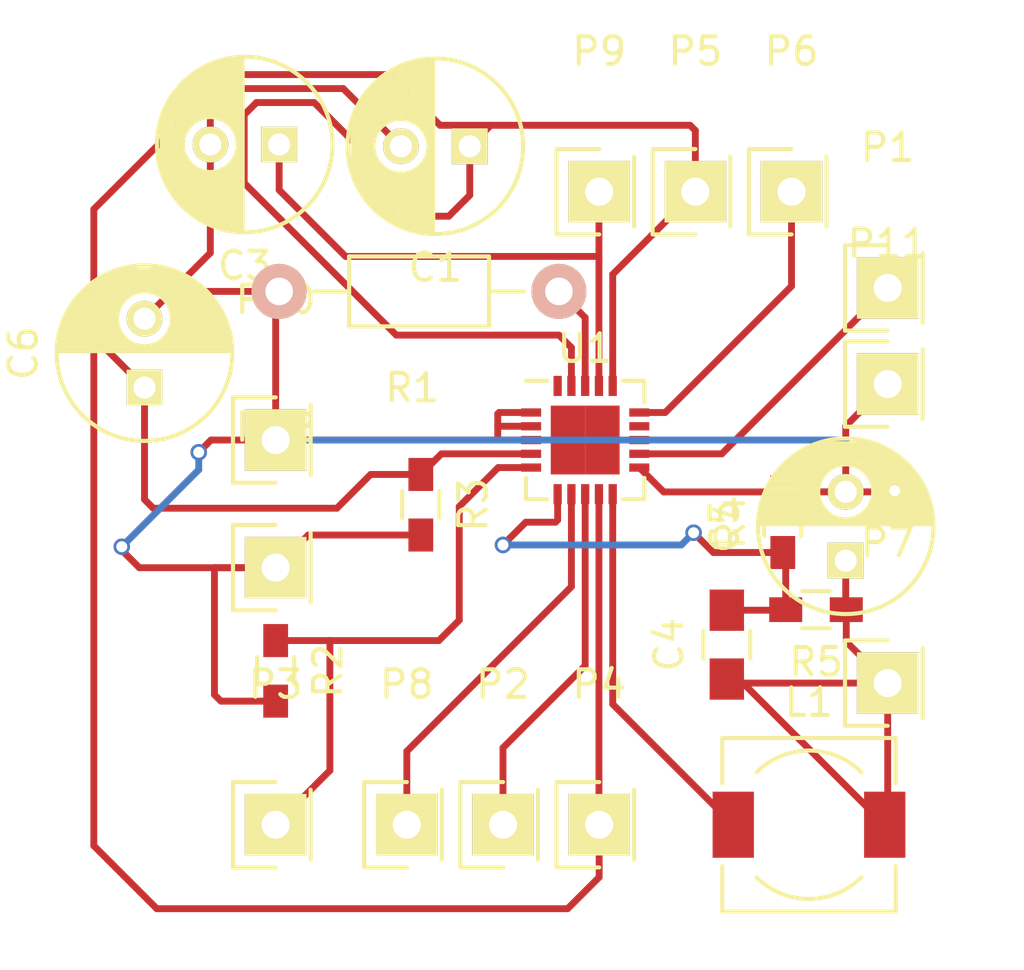
<source format=kicad_pcb>
(kicad_pcb (version 4) (host pcbnew 4.0.2-stable)

  (general
    (links 39)
    (no_connects 0)
    (area 0 0 0 0)
    (thickness 1.6)
    (drawings 0)
    (tracks 141)
    (zones 0)
    (modules 24)
    (nets 16)
  )

  (page A4)
  (layers
    (0 F.Cu signal)
    (31 B.Cu signal)
    (32 B.Adhes user)
    (33 F.Adhes user)
    (34 B.Paste user)
    (35 F.Paste user)
    (36 B.SilkS user)
    (37 F.SilkS user)
    (38 B.Mask user)
    (39 F.Mask user)
    (40 Dwgs.User user)
    (41 Cmts.User user)
    (42 Eco1.User user)
    (43 Eco2.User user)
    (44 Edge.Cuts user)
    (45 Margin user)
    (46 B.CrtYd user)
    (47 F.CrtYd user)
    (48 B.Fab user)
    (49 F.Fab user)
  )

  (setup
    (last_trace_width 0.25)
    (trace_clearance 0.2)
    (zone_clearance 0.508)
    (zone_45_only no)
    (trace_min 0.2)
    (segment_width 0.2)
    (edge_width 0.15)
    (via_size 0.6)
    (via_drill 0.4)
    (via_min_size 0.4)
    (via_min_drill 0.3)
    (uvia_size 0.3)
    (uvia_drill 0.1)
    (uvias_allowed no)
    (uvia_min_size 0.2)
    (uvia_min_drill 0.1)
    (pcb_text_width 0.3)
    (pcb_text_size 1.5 1.5)
    (mod_edge_width 0.15)
    (mod_text_size 1 1)
    (mod_text_width 0.15)
    (pad_size 1.524 1.524)
    (pad_drill 0.762)
    (pad_to_mask_clearance 0.2)
    (aux_axis_origin 0 0)
    (visible_elements 7FFFFFFF)
    (pcbplotparams
      (layerselection 0x00030_80000001)
      (usegerberextensions false)
      (excludeedgelayer true)
      (linewidth 0.100000)
      (plotframeref false)
      (viasonmask false)
      (mode 1)
      (useauxorigin false)
      (hpglpennumber 1)
      (hpglpenspeed 20)
      (hpglpendiameter 15)
      (hpglpenoverlay 2)
      (psnegative false)
      (psa4output false)
      (plotreference true)
      (plotvalue true)
      (plotinvisibletext false)
      (padsonsilk false)
      (subtractmaskfromsilk false)
      (outputformat 1)
      (mirror false)
      (drillshape 1)
      (scaleselection 1)
      (outputdirectory ""))
  )

  (net 0 "")
  (net 1 +BATT)
  (net 2 "Net-(C1-Pad2)")
  (net 3 /3V)
  (net 4 "Net-(C4-Pad1)")
  (net 5 "Net-(C4-Pad2)")
  (net 6 "Net-(L1-Pad1)")
  (net 7 +5V)
  (net 8 "Net-(P2-Pad1)")
  (net 9 "Net-(P3-Pad1)")
  (net 10 "Net-(P6-Pad1)")
  (net 11 /BAT_LOW)
  (net 12 "Net-(R1-Pad1)")
  (net 13 "Net-(U1-Pad13)")
  (net 14 "Net-(U1-Pad14)")
  (net 15 "Net-(U1-Pad20)")

  (net_class Default "This is the default net class."
    (clearance 0.2)
    (trace_width 0.25)
    (via_dia 0.6)
    (via_drill 0.4)
    (uvia_dia 0.3)
    (uvia_drill 0.1)
    (add_net +5V)
    (add_net +BATT)
    (add_net /3V)
    (add_net /BAT_LOW)
    (add_net "Net-(C1-Pad2)")
    (add_net "Net-(C4-Pad1)")
    (add_net "Net-(C4-Pad2)")
    (add_net "Net-(L1-Pad1)")
    (add_net "Net-(P2-Pad1)")
    (add_net "Net-(P3-Pad1)")
    (add_net "Net-(P6-Pad1)")
    (add_net "Net-(R1-Pad1)")
    (add_net "Net-(U1-Pad13)")
    (add_net "Net-(U1-Pad14)")
    (add_net "Net-(U1-Pad20)")
  )

  (module Capacitors_SMD:C_0805_HandSoldering (layer F.Cu) (tedit 541A9B8D) (tstamp 571934A1)
    (at 146.6215 81.8515 90)
    (descr "Capacitor SMD 0805, hand soldering")
    (tags "capacitor 0805")
    (path /571934B5)
    (attr smd)
    (fp_text reference C4 (at 0 -2.1 90) (layer F.SilkS)
      (effects (font (size 1 1) (thickness 0.15)))
    )
    (fp_text value 22pF (at 0 2.1 90) (layer F.Fab)
      (effects (font (size 1 1) (thickness 0.15)))
    )
    (fp_line (start -2.3 -1) (end 2.3 -1) (layer F.CrtYd) (width 0.05))
    (fp_line (start -2.3 1) (end 2.3 1) (layer F.CrtYd) (width 0.05))
    (fp_line (start -2.3 -1) (end -2.3 1) (layer F.CrtYd) (width 0.05))
    (fp_line (start 2.3 -1) (end 2.3 1) (layer F.CrtYd) (width 0.05))
    (fp_line (start 0.5 -0.85) (end -0.5 -0.85) (layer F.SilkS) (width 0.15))
    (fp_line (start -0.5 0.85) (end 0.5 0.85) (layer F.SilkS) (width 0.15))
    (pad 1 smd rect (at -1.25 0 90) (size 1.5 1.25) (layers F.Cu F.Paste F.Mask)
      (net 4 "Net-(C4-Pad1)"))
    (pad 2 smd rect (at 1.25 0 90) (size 1.5 1.25) (layers F.Cu F.Paste F.Mask)
      (net 5 "Net-(C4-Pad2)"))
    (model Capacitors_SMD.3dshapes/C_0805_HandSoldering.wrl
      (at (xyz 0 0 0))
      (scale (xyz 1 1 1))
      (rotate (xyz 0 0 0))
    )
  )

  (module Socket_Strips:Socket_Strip_Straight_1x01 (layer F.Cu) (tedit 54E9F79C) (tstamp 571934B8)
    (at 152.4635 68.8975)
    (descr "Through hole socket strip")
    (tags "socket strip")
    (path /57196E1A)
    (fp_text reference P1 (at 0 -5.1) (layer F.SilkS)
      (effects (font (size 1 1) (thickness 0.15)))
    )
    (fp_text value CONN_01X01 (at 0 -3.1) (layer F.Fab)
      (effects (font (size 1 1) (thickness 0.15)))
    )
    (fp_line (start -1.75 -1.75) (end -1.75 1.75) (layer F.CrtYd) (width 0.05))
    (fp_line (start 1.75 -1.75) (end 1.75 1.75) (layer F.CrtYd) (width 0.05))
    (fp_line (start -1.75 -1.75) (end 1.75 -1.75) (layer F.CrtYd) (width 0.05))
    (fp_line (start -1.75 1.75) (end 1.75 1.75) (layer F.CrtYd) (width 0.05))
    (fp_line (start 1.27 1.27) (end 1.27 -1.27) (layer F.SilkS) (width 0.15))
    (fp_line (start -1.55 -1.55) (end 0 -1.55) (layer F.SilkS) (width 0.15))
    (fp_line (start -1.55 -1.55) (end -1.55 1.55) (layer F.SilkS) (width 0.15))
    (fp_line (start -1.55 1.55) (end 0 1.55) (layer F.SilkS) (width 0.15))
    (pad 1 thru_hole rect (at 0 0) (size 2.2352 2.2352) (drill 1.016) (layers *.Cu *.Mask F.SilkS)
      (net 7 +5V))
    (model Socket_Strips.3dshapes/Socket_Strip_Straight_1x01.wrl
      (at (xyz 0 0 0))
      (scale (xyz 1 1 1))
      (rotate (xyz 0 0 180))
    )
  )

  (module Socket_Strips:Socket_Strip_Straight_1x01 (layer F.Cu) (tedit 54E9F79C) (tstamp 571934BD)
    (at 138.4935 88.392)
    (descr "Through hole socket strip")
    (tags "socket strip")
    (path /57196783)
    (fp_text reference P2 (at 0 -5.1) (layer F.SilkS)
      (effects (font (size 1 1) (thickness 0.15)))
    )
    (fp_text value CONN_01X01 (at 0 -3.1) (layer F.Fab)
      (effects (font (size 1 1) (thickness 0.15)))
    )
    (fp_line (start -1.75 -1.75) (end -1.75 1.75) (layer F.CrtYd) (width 0.05))
    (fp_line (start 1.75 -1.75) (end 1.75 1.75) (layer F.CrtYd) (width 0.05))
    (fp_line (start -1.75 -1.75) (end 1.75 -1.75) (layer F.CrtYd) (width 0.05))
    (fp_line (start -1.75 1.75) (end 1.75 1.75) (layer F.CrtYd) (width 0.05))
    (fp_line (start 1.27 1.27) (end 1.27 -1.27) (layer F.SilkS) (width 0.15))
    (fp_line (start -1.55 -1.55) (end 0 -1.55) (layer F.SilkS) (width 0.15))
    (fp_line (start -1.55 -1.55) (end -1.55 1.55) (layer F.SilkS) (width 0.15))
    (fp_line (start -1.55 1.55) (end 0 1.55) (layer F.SilkS) (width 0.15))
    (pad 1 thru_hole rect (at 0 0) (size 2.2352 2.2352) (drill 1.016) (layers *.Cu *.Mask F.SilkS)
      (net 8 "Net-(P2-Pad1)"))
    (model Socket_Strips.3dshapes/Socket_Strip_Straight_1x01.wrl
      (at (xyz 0 0 0))
      (scale (xyz 1 1 1))
      (rotate (xyz 0 0 180))
    )
  )

  (module Socket_Strips:Socket_Strip_Straight_1x01 (layer F.Cu) (tedit 54E9F79C) (tstamp 571934C2)
    (at 130.2385 88.392)
    (descr "Through hole socket strip")
    (tags "socket strip")
    (path /57196959)
    (fp_text reference P3 (at 0 -5.1) (layer F.SilkS)
      (effects (font (size 1 1) (thickness 0.15)))
    )
    (fp_text value CONN_01X01 (at 0 -3.1) (layer F.Fab)
      (effects (font (size 1 1) (thickness 0.15)))
    )
    (fp_line (start -1.75 -1.75) (end -1.75 1.75) (layer F.CrtYd) (width 0.05))
    (fp_line (start 1.75 -1.75) (end 1.75 1.75) (layer F.CrtYd) (width 0.05))
    (fp_line (start -1.75 -1.75) (end 1.75 -1.75) (layer F.CrtYd) (width 0.05))
    (fp_line (start -1.75 1.75) (end 1.75 1.75) (layer F.CrtYd) (width 0.05))
    (fp_line (start 1.27 1.27) (end 1.27 -1.27) (layer F.SilkS) (width 0.15))
    (fp_line (start -1.55 -1.55) (end 0 -1.55) (layer F.SilkS) (width 0.15))
    (fp_line (start -1.55 -1.55) (end -1.55 1.55) (layer F.SilkS) (width 0.15))
    (fp_line (start -1.55 1.55) (end 0 1.55) (layer F.SilkS) (width 0.15))
    (pad 1 thru_hole rect (at 0 0) (size 2.2352 2.2352) (drill 1.016) (layers *.Cu *.Mask F.SilkS)
      (net 9 "Net-(P3-Pad1)"))
    (model Socket_Strips.3dshapes/Socket_Strip_Straight_1x01.wrl
      (at (xyz 0 0 0))
      (scale (xyz 1 1 1))
      (rotate (xyz 0 0 180))
    )
  )

  (module Socket_Strips:Socket_Strip_Straight_1x01 (layer F.Cu) (tedit 54E9F79C) (tstamp 571934C7)
    (at 141.986 88.392)
    (descr "Through hole socket strip")
    (tags "socket strip")
    (path /57199077)
    (fp_text reference P4 (at 0 -5.1) (layer F.SilkS)
      (effects (font (size 1 1) (thickness 0.15)))
    )
    (fp_text value CONN_01X01 (at 0 -3.1) (layer F.Fab)
      (effects (font (size 1 1) (thickness 0.15)))
    )
    (fp_line (start -1.75 -1.75) (end -1.75 1.75) (layer F.CrtYd) (width 0.05))
    (fp_line (start 1.75 -1.75) (end 1.75 1.75) (layer F.CrtYd) (width 0.05))
    (fp_line (start -1.75 -1.75) (end 1.75 -1.75) (layer F.CrtYd) (width 0.05))
    (fp_line (start -1.75 1.75) (end 1.75 1.75) (layer F.CrtYd) (width 0.05))
    (fp_line (start 1.27 1.27) (end 1.27 -1.27) (layer F.SilkS) (width 0.15))
    (fp_line (start -1.55 -1.55) (end 0 -1.55) (layer F.SilkS) (width 0.15))
    (fp_line (start -1.55 -1.55) (end -1.55 1.55) (layer F.SilkS) (width 0.15))
    (fp_line (start -1.55 1.55) (end 0 1.55) (layer F.SilkS) (width 0.15))
    (pad 1 thru_hole rect (at 0 0) (size 2.2352 2.2352) (drill 1.016) (layers *.Cu *.Mask F.SilkS)
      (net 1 +BATT))
    (model Socket_Strips.3dshapes/Socket_Strip_Straight_1x01.wrl
      (at (xyz 0 0 0))
      (scale (xyz 1 1 1))
      (rotate (xyz 0 0 180))
    )
  )

  (module Socket_Strips:Socket_Strip_Straight_1x01 (layer F.Cu) (tedit 54E9F79C) (tstamp 571934CC)
    (at 145.4785 65.405)
    (descr "Through hole socket strip")
    (tags "socket strip")
    (path /57197326)
    (fp_text reference P5 (at 0 -5.1) (layer F.SilkS)
      (effects (font (size 1 1) (thickness 0.15)))
    )
    (fp_text value CONN_01X01 (at 0 -3.1) (layer F.Fab)
      (effects (font (size 1 1) (thickness 0.15)))
    )
    (fp_line (start -1.75 -1.75) (end -1.75 1.75) (layer F.CrtYd) (width 0.05))
    (fp_line (start 1.75 -1.75) (end 1.75 1.75) (layer F.CrtYd) (width 0.05))
    (fp_line (start -1.75 -1.75) (end 1.75 -1.75) (layer F.CrtYd) (width 0.05))
    (fp_line (start -1.75 1.75) (end 1.75 1.75) (layer F.CrtYd) (width 0.05))
    (fp_line (start 1.27 1.27) (end 1.27 -1.27) (layer F.SilkS) (width 0.15))
    (fp_line (start -1.55 -1.55) (end 0 -1.55) (layer F.SilkS) (width 0.15))
    (fp_line (start -1.55 -1.55) (end -1.55 1.55) (layer F.SilkS) (width 0.15))
    (fp_line (start -1.55 1.55) (end 0 1.55) (layer F.SilkS) (width 0.15))
    (pad 1 thru_hole rect (at 0 0) (size 2.2352 2.2352) (drill 1.016) (layers *.Cu *.Mask F.SilkS)
      (net 1 +BATT))
    (model Socket_Strips.3dshapes/Socket_Strip_Straight_1x01.wrl
      (at (xyz 0 0 0))
      (scale (xyz 1 1 1))
      (rotate (xyz 0 0 180))
    )
  )

  (module Socket_Strips:Socket_Strip_Straight_1x01 (layer F.Cu) (tedit 54E9F79C) (tstamp 571934D1)
    (at 148.971 65.405)
    (descr "Through hole socket strip")
    (tags "socket strip")
    (path /57194172)
    (fp_text reference P6 (at 0 -5.1) (layer F.SilkS)
      (effects (font (size 1 1) (thickness 0.15)))
    )
    (fp_text value CONN_01X01 (at 0 -3.1) (layer F.Fab)
      (effects (font (size 1 1) (thickness 0.15)))
    )
    (fp_line (start -1.75 -1.75) (end -1.75 1.75) (layer F.CrtYd) (width 0.05))
    (fp_line (start 1.75 -1.75) (end 1.75 1.75) (layer F.CrtYd) (width 0.05))
    (fp_line (start -1.75 -1.75) (end 1.75 -1.75) (layer F.CrtYd) (width 0.05))
    (fp_line (start -1.75 1.75) (end 1.75 1.75) (layer F.CrtYd) (width 0.05))
    (fp_line (start 1.27 1.27) (end 1.27 -1.27) (layer F.SilkS) (width 0.15))
    (fp_line (start -1.55 -1.55) (end 0 -1.55) (layer F.SilkS) (width 0.15))
    (fp_line (start -1.55 -1.55) (end -1.55 1.55) (layer F.SilkS) (width 0.15))
    (fp_line (start -1.55 1.55) (end 0 1.55) (layer F.SilkS) (width 0.15))
    (pad 1 thru_hole rect (at 0 0) (size 2.2352 2.2352) (drill 1.016) (layers *.Cu *.Mask F.SilkS)
      (net 10 "Net-(P6-Pad1)"))
    (model Socket_Strips.3dshapes/Socket_Strip_Straight_1x01.wrl
      (at (xyz 0 0 0))
      (scale (xyz 1 1 1))
      (rotate (xyz 0 0 180))
    )
  )

  (module Socket_Strips:Socket_Strip_Straight_1x01 (layer F.Cu) (tedit 54E9F79C) (tstamp 571934D6)
    (at 152.4635 83.2485)
    (descr "Through hole socket strip")
    (tags "socket strip")
    (path /571941E7)
    (fp_text reference P7 (at 0 -5.1) (layer F.SilkS)
      (effects (font (size 1 1) (thickness 0.15)))
    )
    (fp_text value CONN_01X01 (at 0 -3.1) (layer F.Fab)
      (effects (font (size 1 1) (thickness 0.15)))
    )
    (fp_line (start -1.75 -1.75) (end -1.75 1.75) (layer F.CrtYd) (width 0.05))
    (fp_line (start 1.75 -1.75) (end 1.75 1.75) (layer F.CrtYd) (width 0.05))
    (fp_line (start -1.75 -1.75) (end 1.75 -1.75) (layer F.CrtYd) (width 0.05))
    (fp_line (start -1.75 1.75) (end 1.75 1.75) (layer F.CrtYd) (width 0.05))
    (fp_line (start 1.27 1.27) (end 1.27 -1.27) (layer F.SilkS) (width 0.15))
    (fp_line (start -1.55 -1.55) (end 0 -1.55) (layer F.SilkS) (width 0.15))
    (fp_line (start -1.55 -1.55) (end -1.55 1.55) (layer F.SilkS) (width 0.15))
    (fp_line (start -1.55 1.55) (end 0 1.55) (layer F.SilkS) (width 0.15))
    (pad 1 thru_hole rect (at 0 0) (size 2.2352 2.2352) (drill 1.016) (layers *.Cu *.Mask F.SilkS)
      (net 4 "Net-(C4-Pad1)"))
    (model Socket_Strips.3dshapes/Socket_Strip_Straight_1x01.wrl
      (at (xyz 0 0 0))
      (scale (xyz 1 1 1))
      (rotate (xyz 0 0 180))
    )
  )

  (module Socket_Strips:Socket_Strip_Straight_1x01 (layer F.Cu) (tedit 54E9F79C) (tstamp 571934DB)
    (at 135.001 88.392)
    (descr "Through hole socket strip")
    (tags "socket strip")
    (path /571952D3)
    (fp_text reference P8 (at 0 -5.1) (layer F.SilkS)
      (effects (font (size 1 1) (thickness 0.15)))
    )
    (fp_text value CONN_01X01 (at 0 -3.1) (layer F.Fab)
      (effects (font (size 1 1) (thickness 0.15)))
    )
    (fp_line (start -1.75 -1.75) (end -1.75 1.75) (layer F.CrtYd) (width 0.05))
    (fp_line (start 1.75 -1.75) (end 1.75 1.75) (layer F.CrtYd) (width 0.05))
    (fp_line (start -1.75 -1.75) (end 1.75 -1.75) (layer F.CrtYd) (width 0.05))
    (fp_line (start -1.75 1.75) (end 1.75 1.75) (layer F.CrtYd) (width 0.05))
    (fp_line (start 1.27 1.27) (end 1.27 -1.27) (layer F.SilkS) (width 0.15))
    (fp_line (start -1.55 -1.55) (end 0 -1.55) (layer F.SilkS) (width 0.15))
    (fp_line (start -1.55 -1.55) (end -1.55 1.55) (layer F.SilkS) (width 0.15))
    (fp_line (start -1.55 1.55) (end 0 1.55) (layer F.SilkS) (width 0.15))
    (pad 1 thru_hole rect (at 0 0) (size 2.2352 2.2352) (drill 1.016) (layers *.Cu *.Mask F.SilkS)
      (net 11 /BAT_LOW))
    (model Socket_Strips.3dshapes/Socket_Strip_Straight_1x01.wrl
      (at (xyz 0 0 0))
      (scale (xyz 1 1 1))
      (rotate (xyz 0 0 180))
    )
  )

  (module Socket_Strips:Socket_Strip_Straight_1x01 (layer F.Cu) (tedit 54E9F79C) (tstamp 571934E0)
    (at 141.986 65.405)
    (descr "Through hole socket strip")
    (tags "socket strip")
    (path /5719531A)
    (fp_text reference P9 (at 0 -5.1) (layer F.SilkS)
      (effects (font (size 1 1) (thickness 0.15)))
    )
    (fp_text value CONN_01X01 (at 0 -3.1) (layer F.Fab)
      (effects (font (size 1 1) (thickness 0.15)))
    )
    (fp_line (start -1.75 -1.75) (end -1.75 1.75) (layer F.CrtYd) (width 0.05))
    (fp_line (start 1.75 -1.75) (end 1.75 1.75) (layer F.CrtYd) (width 0.05))
    (fp_line (start -1.75 -1.75) (end 1.75 -1.75) (layer F.CrtYd) (width 0.05))
    (fp_line (start -1.75 1.75) (end 1.75 1.75) (layer F.CrtYd) (width 0.05))
    (fp_line (start 1.27 1.27) (end 1.27 -1.27) (layer F.SilkS) (width 0.15))
    (fp_line (start -1.55 -1.55) (end 0 -1.55) (layer F.SilkS) (width 0.15))
    (fp_line (start -1.55 -1.55) (end -1.55 1.55) (layer F.SilkS) (width 0.15))
    (fp_line (start -1.55 1.55) (end 0 1.55) (layer F.SilkS) (width 0.15))
    (pad 1 thru_hole rect (at 0 0) (size 2.2352 2.2352) (drill 1.016) (layers *.Cu *.Mask F.SilkS)
      (net 3 /3V))
    (model Socket_Strips.3dshapes/Socket_Strip_Straight_1x01.wrl
      (at (xyz 0 0 0))
      (scale (xyz 1 1 1))
      (rotate (xyz 0 0 180))
    )
  )

  (module Socket_Strips:Socket_Strip_Straight_1x01 (layer F.Cu) (tedit 54E9F79C) (tstamp 571934E5)
    (at 130.2385 74.422)
    (descr "Through hole socket strip")
    (tags "socket strip")
    (path /571961AE)
    (fp_text reference P10 (at 0 -5.1) (layer F.SilkS)
      (effects (font (size 1 1) (thickness 0.15)))
    )
    (fp_text value CONN_01X01 (at 0 -3.1) (layer F.Fab)
      (effects (font (size 1 1) (thickness 0.15)))
    )
    (fp_line (start -1.75 -1.75) (end -1.75 1.75) (layer F.CrtYd) (width 0.05))
    (fp_line (start 1.75 -1.75) (end 1.75 1.75) (layer F.CrtYd) (width 0.05))
    (fp_line (start -1.75 -1.75) (end 1.75 -1.75) (layer F.CrtYd) (width 0.05))
    (fp_line (start -1.75 1.75) (end 1.75 1.75) (layer F.CrtYd) (width 0.05))
    (fp_line (start 1.27 1.27) (end 1.27 -1.27) (layer F.SilkS) (width 0.15))
    (fp_line (start -1.55 -1.55) (end 0 -1.55) (layer F.SilkS) (width 0.15))
    (fp_line (start -1.55 -1.55) (end -1.55 1.55) (layer F.SilkS) (width 0.15))
    (fp_line (start -1.55 1.55) (end 0 1.55) (layer F.SilkS) (width 0.15))
    (pad 1 thru_hole rect (at 0 0) (size 2.2352 2.2352) (drill 1.016) (layers *.Cu *.Mask F.SilkS)
      (net 2 "Net-(C1-Pad2)"))
    (model Socket_Strips.3dshapes/Socket_Strip_Straight_1x01.wrl
      (at (xyz 0 0 0))
      (scale (xyz 1 1 1))
      (rotate (xyz 0 0 180))
    )
  )

  (module Socket_Strips:Socket_Strip_Straight_1x01 (layer F.Cu) (tedit 54E9F79C) (tstamp 571934EA)
    (at 152.4635 72.39)
    (descr "Through hole socket strip")
    (tags "socket strip")
    (path /571993FA)
    (fp_text reference P11 (at 0 -5.1) (layer F.SilkS)
      (effects (font (size 1 1) (thickness 0.15)))
    )
    (fp_text value CONN_01X01 (at 0 -3.1) (layer F.Fab)
      (effects (font (size 1 1) (thickness 0.15)))
    )
    (fp_line (start -1.75 -1.75) (end -1.75 1.75) (layer F.CrtYd) (width 0.05))
    (fp_line (start 1.75 -1.75) (end 1.75 1.75) (layer F.CrtYd) (width 0.05))
    (fp_line (start -1.75 -1.75) (end 1.75 -1.75) (layer F.CrtYd) (width 0.05))
    (fp_line (start -1.75 1.75) (end 1.75 1.75) (layer F.CrtYd) (width 0.05))
    (fp_line (start 1.27 1.27) (end 1.27 -1.27) (layer F.SilkS) (width 0.15))
    (fp_line (start -1.55 -1.55) (end 0 -1.55) (layer F.SilkS) (width 0.15))
    (fp_line (start -1.55 -1.55) (end -1.55 1.55) (layer F.SilkS) (width 0.15))
    (fp_line (start -1.55 1.55) (end 0 1.55) (layer F.SilkS) (width 0.15))
    (pad 1 thru_hole rect (at 0 0) (size 2.2352 2.2352) (drill 1.016) (layers *.Cu *.Mask F.SilkS)
      (net 2 "Net-(C1-Pad2)"))
    (model Socket_Strips.3dshapes/Socket_Strip_Straight_1x01.wrl
      (at (xyz 0 0 0))
      (scale (xyz 1 1 1))
      (rotate (xyz 0 0 180))
    )
  )

  (module Socket_Strips:Socket_Strip_Straight_1x01 (layer F.Cu) (tedit 54E9F79C) (tstamp 571934EF)
    (at 130.2385 79.0575)
    (descr "Through hole socket strip")
    (tags "socket strip")
    (path /5719A522)
    (fp_text reference P12 (at 0 -5.1) (layer F.SilkS)
      (effects (font (size 1 1) (thickness 0.15)))
    )
    (fp_text value CONN_01X01 (at 0 -3.1) (layer F.Fab)
      (effects (font (size 1 1) (thickness 0.15)))
    )
    (fp_line (start -1.75 -1.75) (end -1.75 1.75) (layer F.CrtYd) (width 0.05))
    (fp_line (start 1.75 -1.75) (end 1.75 1.75) (layer F.CrtYd) (width 0.05))
    (fp_line (start -1.75 -1.75) (end 1.75 -1.75) (layer F.CrtYd) (width 0.05))
    (fp_line (start -1.75 1.75) (end 1.75 1.75) (layer F.CrtYd) (width 0.05))
    (fp_line (start 1.27 1.27) (end 1.27 -1.27) (layer F.SilkS) (width 0.15))
    (fp_line (start -1.55 -1.55) (end 0 -1.55) (layer F.SilkS) (width 0.15))
    (fp_line (start -1.55 -1.55) (end -1.55 1.55) (layer F.SilkS) (width 0.15))
    (fp_line (start -1.55 1.55) (end 0 1.55) (layer F.SilkS) (width 0.15))
    (pad 1 thru_hole rect (at 0 0) (size 2.2352 2.2352) (drill 1.016) (layers *.Cu *.Mask F.SilkS)
      (net 2 "Net-(C1-Pad2)"))
    (model Socket_Strips.3dshapes/Socket_Strip_Straight_1x01.wrl
      (at (xyz 0 0 0))
      (scale (xyz 1 1 1))
      (rotate (xyz 0 0 180))
    )
  )

  (module Resistors_SMD:R_0603_HandSoldering (layer F.Cu) (tedit 5418A00F) (tstamp 571934FB)
    (at 130.2385 82.804 270)
    (descr "Resistor SMD 0603, hand soldering")
    (tags "resistor 0603")
    (path /57190772)
    (attr smd)
    (fp_text reference R2 (at 0 -1.9 270) (layer F.SilkS)
      (effects (font (size 1 1) (thickness 0.15)))
    )
    (fp_text value 100k (at 0 1.9 270) (layer F.Fab)
      (effects (font (size 1 1) (thickness 0.15)))
    )
    (fp_line (start -2 -0.8) (end 2 -0.8) (layer F.CrtYd) (width 0.05))
    (fp_line (start -2 0.8) (end 2 0.8) (layer F.CrtYd) (width 0.05))
    (fp_line (start -2 -0.8) (end -2 0.8) (layer F.CrtYd) (width 0.05))
    (fp_line (start 2 -0.8) (end 2 0.8) (layer F.CrtYd) (width 0.05))
    (fp_line (start 0.5 0.675) (end -0.5 0.675) (layer F.SilkS) (width 0.15))
    (fp_line (start -0.5 -0.675) (end 0.5 -0.675) (layer F.SilkS) (width 0.15))
    (pad 1 smd rect (at -1.1 0 270) (size 1.2 0.9) (layers F.Cu F.Paste F.Mask)
      (net 9 "Net-(P3-Pad1)"))
    (pad 2 smd rect (at 1.1 0 270) (size 1.2 0.9) (layers F.Cu F.Paste F.Mask)
      (net 2 "Net-(C1-Pad2)"))
    (model Resistors_SMD.3dshapes/R_0603_HandSoldering.wrl
      (at (xyz 0 0 0))
      (scale (xyz 1 1 1))
      (rotate (xyz 0 0 0))
    )
  )

  (module Resistors_SMD:R_0603_HandSoldering (layer F.Cu) (tedit 5418A00F) (tstamp 57193501)
    (at 135.509 76.7715 270)
    (descr "Resistor SMD 0603, hand soldering")
    (tags "resistor 0603")
    (path /5719EE65)
    (attr smd)
    (fp_text reference R3 (at 0 -1.9 270) (layer F.SilkS)
      (effects (font (size 1 1) (thickness 0.15)))
    )
    (fp_text value 100k (at 0 1.9 270) (layer F.Fab)
      (effects (font (size 1 1) (thickness 0.15)))
    )
    (fp_line (start -2 -0.8) (end 2 -0.8) (layer F.CrtYd) (width 0.05))
    (fp_line (start -2 0.8) (end 2 0.8) (layer F.CrtYd) (width 0.05))
    (fp_line (start -2 -0.8) (end -2 0.8) (layer F.CrtYd) (width 0.05))
    (fp_line (start 2 -0.8) (end 2 0.8) (layer F.CrtYd) (width 0.05))
    (fp_line (start 0.5 0.675) (end -0.5 0.675) (layer F.SilkS) (width 0.15))
    (fp_line (start -0.5 -0.675) (end 0.5 -0.675) (layer F.SilkS) (width 0.15))
    (pad 1 smd rect (at -1.1 0 270) (size 1.2 0.9) (layers F.Cu F.Paste F.Mask)
      (net 1 +BATT))
    (pad 2 smd rect (at 1.1 0 270) (size 1.2 0.9) (layers F.Cu F.Paste F.Mask)
      (net 2 "Net-(C1-Pad2)"))
    (model Resistors_SMD.3dshapes/R_0603_HandSoldering.wrl
      (at (xyz 0 0 0))
      (scale (xyz 1 1 1))
      (rotate (xyz 0 0 0))
    )
  )

  (module Resistors_SMD:R_0603_HandSoldering (layer F.Cu) (tedit 5418A00F) (tstamp 57193507)
    (at 148.6535 77.4065 90)
    (descr "Resistor SMD 0603, hand soldering")
    (tags "resistor 0603")
    (path /5719373F)
    (attr smd)
    (fp_text reference R4 (at 0 -1.9 90) (layer F.SilkS)
      (effects (font (size 1 1) (thickness 0.15)))
    )
    (fp_text value R (at 0 1.9 90) (layer F.Fab)
      (effects (font (size 1 1) (thickness 0.15)))
    )
    (fp_line (start -2 -0.8) (end 2 -0.8) (layer F.CrtYd) (width 0.05))
    (fp_line (start -2 0.8) (end 2 0.8) (layer F.CrtYd) (width 0.05))
    (fp_line (start -2 -0.8) (end -2 0.8) (layer F.CrtYd) (width 0.05))
    (fp_line (start 2 -0.8) (end 2 0.8) (layer F.CrtYd) (width 0.05))
    (fp_line (start 0.5 0.675) (end -0.5 0.675) (layer F.SilkS) (width 0.15))
    (fp_line (start -0.5 -0.675) (end 0.5 -0.675) (layer F.SilkS) (width 0.15))
    (pad 1 smd rect (at -1.1 0 90) (size 1.2 0.9) (layers F.Cu F.Paste F.Mask)
      (net 5 "Net-(C4-Pad2)"))
    (pad 2 smd rect (at 1.1 0 90) (size 1.2 0.9) (layers F.Cu F.Paste F.Mask)
      (net 2 "Net-(C1-Pad2)"))
    (model Resistors_SMD.3dshapes/R_0603_HandSoldering.wrl
      (at (xyz 0 0 0))
      (scale (xyz 1 1 1))
      (rotate (xyz 0 0 0))
    )
  )

  (module Resistors_SMD:R_0603_HandSoldering (layer F.Cu) (tedit 5418A00F) (tstamp 5719350D)
    (at 149.86 80.5815 180)
    (descr "Resistor SMD 0603, hand soldering")
    (tags "resistor 0603")
    (path /57193871)
    (attr smd)
    (fp_text reference R5 (at 0 -1.9 180) (layer F.SilkS)
      (effects (font (size 1 1) (thickness 0.15)))
    )
    (fp_text value R (at 0 1.9 180) (layer F.Fab)
      (effects (font (size 1 1) (thickness 0.15)))
    )
    (fp_line (start -2 -0.8) (end 2 -0.8) (layer F.CrtYd) (width 0.05))
    (fp_line (start -2 0.8) (end 2 0.8) (layer F.CrtYd) (width 0.05))
    (fp_line (start -2 -0.8) (end -2 0.8) (layer F.CrtYd) (width 0.05))
    (fp_line (start 2 -0.8) (end 2 0.8) (layer F.CrtYd) (width 0.05))
    (fp_line (start 0.5 0.675) (end -0.5 0.675) (layer F.SilkS) (width 0.15))
    (fp_line (start -0.5 -0.675) (end 0.5 -0.675) (layer F.SilkS) (width 0.15))
    (pad 1 smd rect (at -1.1 0 180) (size 1.2 0.9) (layers F.Cu F.Paste F.Mask)
      (net 4 "Net-(C4-Pad1)"))
    (pad 2 smd rect (at 1.1 0 180) (size 1.2 0.9) (layers F.Cu F.Paste F.Mask)
      (net 5 "Net-(C4-Pad2)"))
    (model Resistors_SMD.3dshapes/R_0603_HandSoldering.wrl
      (at (xyz 0 0 0))
      (scale (xyz 1 1 1))
      (rotate (xyz 0 0 0))
    )
  )

  (module Housings_DFN_QFN:QFN-20-1EP_4x4mm_Pitch0.5mm (layer F.Cu) (tedit 54130A77) (tstamp 57193529)
    (at 141.478 74.422)
    (descr "20-Lead Plastic Quad Flat, No Lead Package (ML) - 4x4x0.9 mm Body [QFN]; (see Microchip Packaging Specification 00000049BS.pdf)")
    (tags "QFN 0.5")
    (path /571902A4)
    (attr smd)
    (fp_text reference U1 (at 0 -3.33) (layer F.SilkS)
      (effects (font (size 1 1) (thickness 0.15)))
    )
    (fp_text value PT1502 (at 0 3.33) (layer F.Fab)
      (effects (font (size 1 1) (thickness 0.15)))
    )
    (fp_line (start -2.6 -2.6) (end -2.6 2.6) (layer F.CrtYd) (width 0.05))
    (fp_line (start 2.6 -2.6) (end 2.6 2.6) (layer F.CrtYd) (width 0.05))
    (fp_line (start -2.6 -2.6) (end 2.6 -2.6) (layer F.CrtYd) (width 0.05))
    (fp_line (start -2.6 2.6) (end 2.6 2.6) (layer F.CrtYd) (width 0.05))
    (fp_line (start 2.15 -2.15) (end 2.15 -1.375) (layer F.SilkS) (width 0.15))
    (fp_line (start -2.15 2.15) (end -2.15 1.375) (layer F.SilkS) (width 0.15))
    (fp_line (start 2.15 2.15) (end 2.15 1.375) (layer F.SilkS) (width 0.15))
    (fp_line (start -2.15 -2.15) (end -1.375 -2.15) (layer F.SilkS) (width 0.15))
    (fp_line (start -2.15 2.15) (end -1.375 2.15) (layer F.SilkS) (width 0.15))
    (fp_line (start 2.15 2.15) (end 1.375 2.15) (layer F.SilkS) (width 0.15))
    (fp_line (start 2.15 -2.15) (end 1.375 -2.15) (layer F.SilkS) (width 0.15))
    (pad 1 smd rect (at -1.965 -1) (size 0.73 0.3) (layers F.Cu F.Paste F.Mask)
      (net 2 "Net-(C1-Pad2)"))
    (pad 2 smd rect (at -1.965 -0.5) (size 0.73 0.3) (layers F.Cu F.Paste F.Mask)
      (net 2 "Net-(C1-Pad2)"))
    (pad 3 smd rect (at -1.965 0) (size 0.73 0.3) (layers F.Cu F.Paste F.Mask)
      (net 2 "Net-(C1-Pad2)"))
    (pad 4 smd rect (at -1.965 0.5) (size 0.73 0.3) (layers F.Cu F.Paste F.Mask)
      (net 1 +BATT))
    (pad 5 smd rect (at -1.965 1) (size 0.73 0.3) (layers F.Cu F.Paste F.Mask)
      (net 9 "Net-(P3-Pad1)"))
    (pad 6 smd rect (at -1 1.965 90) (size 0.73 0.3) (layers F.Cu F.Paste F.Mask)
      (net 5 "Net-(C4-Pad2)"))
    (pad 7 smd rect (at -0.5 1.965 90) (size 0.73 0.3) (layers F.Cu F.Paste F.Mask)
      (net 11 /BAT_LOW))
    (pad 8 smd rect (at 0 1.965 90) (size 0.73 0.3) (layers F.Cu F.Paste F.Mask)
      (net 8 "Net-(P2-Pad1)"))
    (pad 9 smd rect (at 0.5 1.965 90) (size 0.73 0.3) (layers F.Cu F.Paste F.Mask)
      (net 1 +BATT))
    (pad 10 smd rect (at 1 1.965 90) (size 0.73 0.3) (layers F.Cu F.Paste F.Mask)
      (net 6 "Net-(L1-Pad1)"))
    (pad 11 smd rect (at 1.965 1) (size 0.73 0.3) (layers F.Cu F.Paste F.Mask)
      (net 2 "Net-(C1-Pad2)"))
    (pad 12 smd rect (at 1.965 0.5) (size 0.73 0.3) (layers F.Cu F.Paste F.Mask)
      (net 7 +5V))
    (pad 13 smd rect (at 1.965 0) (size 0.73 0.3) (layers F.Cu F.Paste F.Mask)
      (net 13 "Net-(U1-Pad13)"))
    (pad 14 smd rect (at 1.965 -0.5) (size 0.73 0.3) (layers F.Cu F.Paste F.Mask)
      (net 14 "Net-(U1-Pad14)"))
    (pad 15 smd rect (at 1.965 -1) (size 0.73 0.3) (layers F.Cu F.Paste F.Mask)
      (net 10 "Net-(P6-Pad1)"))
    (pad 16 smd rect (at 1 -1.965 90) (size 0.73 0.3) (layers F.Cu F.Paste F.Mask)
      (net 1 +BATT))
    (pad 17 smd rect (at 0.5 -1.965 90) (size 0.73 0.3) (layers F.Cu F.Paste F.Mask)
      (net 3 /3V))
    (pad 18 smd rect (at 0 -1.965 90) (size 0.73 0.3) (layers F.Cu F.Paste F.Mask)
      (net 12 "Net-(R1-Pad1)"))
    (pad 19 smd rect (at -0.5 -1.965 90) (size 0.73 0.3) (layers F.Cu F.Paste F.Mask)
      (net 1 +BATT))
    (pad 20 smd rect (at -1 -1.965 90) (size 0.73 0.3) (layers F.Cu F.Paste F.Mask)
      (net 15 "Net-(U1-Pad20)"))
    (pad 21 smd rect (at 0.625 0.625) (size 1.25 1.25) (layers F.Cu F.Paste F.Mask)
      (solder_paste_margin_ratio -0.2))
    (pad 21 smd rect (at 0.625 -0.625) (size 1.25 1.25) (layers F.Cu F.Paste F.Mask)
      (solder_paste_margin_ratio -0.2))
    (pad 21 smd rect (at -0.625 0.625) (size 1.25 1.25) (layers F.Cu F.Paste F.Mask)
      (solder_paste_margin_ratio -0.2))
    (pad 21 smd rect (at -0.625 -0.625) (size 1.25 1.25) (layers F.Cu F.Paste F.Mask)
      (solder_paste_margin_ratio -0.2))
    (model Housings_DFN_QFN.3dshapes/QFN-20-1EP_4x4mm_Pitch0.5mm.wrl
      (at (xyz 0 0 0))
      (scale (xyz 1 1 1))
      (rotate (xyz 0 0 0))
    )
  )

  (module Choke_SMD:Choke_SMD_6.3x6.3_H3 (layer F.Cu) (tedit 552CF7E1) (tstamp 571935F5)
    (at 149.606 88.392)
    (descr "Choke, SMD, 6.3x6.3mm 3mm height")
    (tags "Choke, SMD")
    (path /571935A8)
    (attr smd)
    (fp_text reference L1 (at 0 -4.445) (layer F.SilkS)
      (effects (font (size 1 1) (thickness 0.15)))
    )
    (fp_text value 4.7uF (at 0 4.445) (layer F.Fab)
      (effects (font (size 1 1) (thickness 0.15)))
    )
    (fp_line (start -3.75 -3.4) (end -3.75 3.4) (layer F.CrtYd) (width 0.05))
    (fp_line (start -3.75 3.4) (end 3.75 3.4) (layer F.CrtYd) (width 0.05))
    (fp_line (start 3.75 3.4) (end 3.75 -3.4) (layer F.CrtYd) (width 0.05))
    (fp_line (start 3.75 -3.4) (end -3.75 -3.4) (layer F.CrtYd) (width 0.05))
    (fp_arc (start 0 0) (end -1.905 -1.905) (angle 90) (layer F.SilkS) (width 0.15))
    (fp_arc (start 0 0) (end 1.905 1.905) (angle 90) (layer F.SilkS) (width 0.15))
    (fp_line (start 3.15 3.15) (end 3.15 1.5) (layer F.SilkS) (width 0.15))
    (fp_line (start 3.15 -3.15) (end 3.15 -1.5) (layer F.SilkS) (width 0.15))
    (fp_line (start -3.15 3.15) (end -3.15 1.5) (layer F.SilkS) (width 0.15))
    (fp_line (start -3.15 -3.15) (end -3.15 -1.5) (layer F.SilkS) (width 0.15))
    (fp_line (start -3.15 -3.15) (end 3.15 -3.15) (layer F.SilkS) (width 0.15))
    (fp_line (start -3.15 3.15) (end 3.15 3.15) (layer F.SilkS) (width 0.15))
    (pad 1 smd rect (at -2.75 0) (size 1.5 2.4) (layers F.Cu F.Paste F.Mask)
      (net 6 "Net-(L1-Pad1)"))
    (pad 2 smd rect (at 2.75 0) (size 1.5 2.4) (layers F.Cu F.Paste F.Mask)
      (net 4 "Net-(C4-Pad1)"))
  )

  (module Capacitors_ThroughHole:C_Radial_D6.3_L11.2_P2.5 (layer F.Cu) (tedit 0) (tstamp 57193A36)
    (at 137.287 63.754 180)
    (descr "Radial Electrolytic Capacitor, Diameter 6.3mm x Length 11.2mm, Pitch 2.5mm")
    (tags "Electrolytic Capacitor")
    (path /571905B5)
    (fp_text reference C1 (at 1.25 -4.4 180) (layer F.SilkS)
      (effects (font (size 1 1) (thickness 0.15)))
    )
    (fp_text value 10uF (at 1.25 4.4 180) (layer F.Fab)
      (effects (font (size 1 1) (thickness 0.15)))
    )
    (fp_line (start 1.325 -3.149) (end 1.325 3.149) (layer F.SilkS) (width 0.15))
    (fp_line (start 1.465 -3.143) (end 1.465 3.143) (layer F.SilkS) (width 0.15))
    (fp_line (start 1.605 -3.13) (end 1.605 -0.446) (layer F.SilkS) (width 0.15))
    (fp_line (start 1.605 0.446) (end 1.605 3.13) (layer F.SilkS) (width 0.15))
    (fp_line (start 1.745 -3.111) (end 1.745 -0.656) (layer F.SilkS) (width 0.15))
    (fp_line (start 1.745 0.656) (end 1.745 3.111) (layer F.SilkS) (width 0.15))
    (fp_line (start 1.885 -3.085) (end 1.885 -0.789) (layer F.SilkS) (width 0.15))
    (fp_line (start 1.885 0.789) (end 1.885 3.085) (layer F.SilkS) (width 0.15))
    (fp_line (start 2.025 -3.053) (end 2.025 -0.88) (layer F.SilkS) (width 0.15))
    (fp_line (start 2.025 0.88) (end 2.025 3.053) (layer F.SilkS) (width 0.15))
    (fp_line (start 2.165 -3.014) (end 2.165 -0.942) (layer F.SilkS) (width 0.15))
    (fp_line (start 2.165 0.942) (end 2.165 3.014) (layer F.SilkS) (width 0.15))
    (fp_line (start 2.305 -2.968) (end 2.305 -0.981) (layer F.SilkS) (width 0.15))
    (fp_line (start 2.305 0.981) (end 2.305 2.968) (layer F.SilkS) (width 0.15))
    (fp_line (start 2.445 -2.915) (end 2.445 -0.998) (layer F.SilkS) (width 0.15))
    (fp_line (start 2.445 0.998) (end 2.445 2.915) (layer F.SilkS) (width 0.15))
    (fp_line (start 2.585 -2.853) (end 2.585 -0.996) (layer F.SilkS) (width 0.15))
    (fp_line (start 2.585 0.996) (end 2.585 2.853) (layer F.SilkS) (width 0.15))
    (fp_line (start 2.725 -2.783) (end 2.725 -0.974) (layer F.SilkS) (width 0.15))
    (fp_line (start 2.725 0.974) (end 2.725 2.783) (layer F.SilkS) (width 0.15))
    (fp_line (start 2.865 -2.704) (end 2.865 -0.931) (layer F.SilkS) (width 0.15))
    (fp_line (start 2.865 0.931) (end 2.865 2.704) (layer F.SilkS) (width 0.15))
    (fp_line (start 3.005 -2.616) (end 3.005 -0.863) (layer F.SilkS) (width 0.15))
    (fp_line (start 3.005 0.863) (end 3.005 2.616) (layer F.SilkS) (width 0.15))
    (fp_line (start 3.145 -2.516) (end 3.145 -0.764) (layer F.SilkS) (width 0.15))
    (fp_line (start 3.145 0.764) (end 3.145 2.516) (layer F.SilkS) (width 0.15))
    (fp_line (start 3.285 -2.404) (end 3.285 -0.619) (layer F.SilkS) (width 0.15))
    (fp_line (start 3.285 0.619) (end 3.285 2.404) (layer F.SilkS) (width 0.15))
    (fp_line (start 3.425 -2.279) (end 3.425 -0.38) (layer F.SilkS) (width 0.15))
    (fp_line (start 3.425 0.38) (end 3.425 2.279) (layer F.SilkS) (width 0.15))
    (fp_line (start 3.565 -2.136) (end 3.565 2.136) (layer F.SilkS) (width 0.15))
    (fp_line (start 3.705 -1.974) (end 3.705 1.974) (layer F.SilkS) (width 0.15))
    (fp_line (start 3.845 -1.786) (end 3.845 1.786) (layer F.SilkS) (width 0.15))
    (fp_line (start 3.985 -1.563) (end 3.985 1.563) (layer F.SilkS) (width 0.15))
    (fp_line (start 4.125 -1.287) (end 4.125 1.287) (layer F.SilkS) (width 0.15))
    (fp_line (start 4.265 -0.912) (end 4.265 0.912) (layer F.SilkS) (width 0.15))
    (fp_circle (center 2.5 0) (end 2.5 -1) (layer F.SilkS) (width 0.15))
    (fp_circle (center 1.25 0) (end 1.25 -3.1875) (layer F.SilkS) (width 0.15))
    (fp_circle (center 1.25 0) (end 1.25 -3.4) (layer F.CrtYd) (width 0.05))
    (pad 2 thru_hole circle (at 2.5 0 180) (size 1.3 1.3) (drill 0.8) (layers *.Cu *.Mask F.SilkS)
      (net 2 "Net-(C1-Pad2)"))
    (pad 1 thru_hole rect (at 0 0 180) (size 1.3 1.3) (drill 0.8) (layers *.Cu *.Mask F.SilkS)
      (net 1 +BATT))
    (model Capacitors_ThroughHole.3dshapes/C_Radial_D6.3_L11.2_P2.5.wrl
      (at (xyz 0 0 0))
      (scale (xyz 1 1 1))
      (rotate (xyz 0 0 0))
    )
  )

  (module Capacitors_ThroughHole:C_Radial_D6.3_L11.2_P2.5 (layer F.Cu) (tedit 0) (tstamp 57193A42)
    (at 130.3655 63.6905 180)
    (descr "Radial Electrolytic Capacitor, Diameter 6.3mm x Length 11.2mm, Pitch 2.5mm")
    (tags "Electrolytic Capacitor")
    (path /571963E7)
    (fp_text reference C3 (at 1.25 -4.4 180) (layer F.SilkS)
      (effects (font (size 1 1) (thickness 0.15)))
    )
    (fp_text value 1uF (at 1.25 4.4 180) (layer F.Fab)
      (effects (font (size 1 1) (thickness 0.15)))
    )
    (fp_line (start 1.325 -3.149) (end 1.325 3.149) (layer F.SilkS) (width 0.15))
    (fp_line (start 1.465 -3.143) (end 1.465 3.143) (layer F.SilkS) (width 0.15))
    (fp_line (start 1.605 -3.13) (end 1.605 -0.446) (layer F.SilkS) (width 0.15))
    (fp_line (start 1.605 0.446) (end 1.605 3.13) (layer F.SilkS) (width 0.15))
    (fp_line (start 1.745 -3.111) (end 1.745 -0.656) (layer F.SilkS) (width 0.15))
    (fp_line (start 1.745 0.656) (end 1.745 3.111) (layer F.SilkS) (width 0.15))
    (fp_line (start 1.885 -3.085) (end 1.885 -0.789) (layer F.SilkS) (width 0.15))
    (fp_line (start 1.885 0.789) (end 1.885 3.085) (layer F.SilkS) (width 0.15))
    (fp_line (start 2.025 -3.053) (end 2.025 -0.88) (layer F.SilkS) (width 0.15))
    (fp_line (start 2.025 0.88) (end 2.025 3.053) (layer F.SilkS) (width 0.15))
    (fp_line (start 2.165 -3.014) (end 2.165 -0.942) (layer F.SilkS) (width 0.15))
    (fp_line (start 2.165 0.942) (end 2.165 3.014) (layer F.SilkS) (width 0.15))
    (fp_line (start 2.305 -2.968) (end 2.305 -0.981) (layer F.SilkS) (width 0.15))
    (fp_line (start 2.305 0.981) (end 2.305 2.968) (layer F.SilkS) (width 0.15))
    (fp_line (start 2.445 -2.915) (end 2.445 -0.998) (layer F.SilkS) (width 0.15))
    (fp_line (start 2.445 0.998) (end 2.445 2.915) (layer F.SilkS) (width 0.15))
    (fp_line (start 2.585 -2.853) (end 2.585 -0.996) (layer F.SilkS) (width 0.15))
    (fp_line (start 2.585 0.996) (end 2.585 2.853) (layer F.SilkS) (width 0.15))
    (fp_line (start 2.725 -2.783) (end 2.725 -0.974) (layer F.SilkS) (width 0.15))
    (fp_line (start 2.725 0.974) (end 2.725 2.783) (layer F.SilkS) (width 0.15))
    (fp_line (start 2.865 -2.704) (end 2.865 -0.931) (layer F.SilkS) (width 0.15))
    (fp_line (start 2.865 0.931) (end 2.865 2.704) (layer F.SilkS) (width 0.15))
    (fp_line (start 3.005 -2.616) (end 3.005 -0.863) (layer F.SilkS) (width 0.15))
    (fp_line (start 3.005 0.863) (end 3.005 2.616) (layer F.SilkS) (width 0.15))
    (fp_line (start 3.145 -2.516) (end 3.145 -0.764) (layer F.SilkS) (width 0.15))
    (fp_line (start 3.145 0.764) (end 3.145 2.516) (layer F.SilkS) (width 0.15))
    (fp_line (start 3.285 -2.404) (end 3.285 -0.619) (layer F.SilkS) (width 0.15))
    (fp_line (start 3.285 0.619) (end 3.285 2.404) (layer F.SilkS) (width 0.15))
    (fp_line (start 3.425 -2.279) (end 3.425 -0.38) (layer F.SilkS) (width 0.15))
    (fp_line (start 3.425 0.38) (end 3.425 2.279) (layer F.SilkS) (width 0.15))
    (fp_line (start 3.565 -2.136) (end 3.565 2.136) (layer F.SilkS) (width 0.15))
    (fp_line (start 3.705 -1.974) (end 3.705 1.974) (layer F.SilkS) (width 0.15))
    (fp_line (start 3.845 -1.786) (end 3.845 1.786) (layer F.SilkS) (width 0.15))
    (fp_line (start 3.985 -1.563) (end 3.985 1.563) (layer F.SilkS) (width 0.15))
    (fp_line (start 4.125 -1.287) (end 4.125 1.287) (layer F.SilkS) (width 0.15))
    (fp_line (start 4.265 -0.912) (end 4.265 0.912) (layer F.SilkS) (width 0.15))
    (fp_circle (center 2.5 0) (end 2.5 -1) (layer F.SilkS) (width 0.15))
    (fp_circle (center 1.25 0) (end 1.25 -3.1875) (layer F.SilkS) (width 0.15))
    (fp_circle (center 1.25 0) (end 1.25 -3.4) (layer F.CrtYd) (width 0.05))
    (pad 2 thru_hole circle (at 2.5 0 180) (size 1.3 1.3) (drill 0.8) (layers *.Cu *.Mask F.SilkS)
      (net 2 "Net-(C1-Pad2)"))
    (pad 1 thru_hole rect (at 0 0 180) (size 1.3 1.3) (drill 0.8) (layers *.Cu *.Mask F.SilkS)
      (net 3 /3V))
    (model Capacitors_ThroughHole.3dshapes/C_Radial_D6.3_L11.2_P2.5.wrl
      (at (xyz 0 0 0))
      (scale (xyz 1 1 1))
      (rotate (xyz 0 0 0))
    )
  )

  (module Capacitors_ThroughHole:C_Radial_D6.3_L11.2_P2.5 (layer F.Cu) (tedit 0) (tstamp 57193ACE)
    (at 150.9395 78.8035 90)
    (descr "Radial Electrolytic Capacitor, Diameter 6.3mm x Length 11.2mm, Pitch 2.5mm")
    (tags "Electrolytic Capacitor")
    (path /571938BF)
    (fp_text reference C5 (at 1.25 -4.4 90) (layer F.SilkS)
      (effects (font (size 1 1) (thickness 0.15)))
    )
    (fp_text value 4.7uF (at 1.25 4.4 90) (layer F.Fab)
      (effects (font (size 1 1) (thickness 0.15)))
    )
    (fp_line (start 1.325 -3.149) (end 1.325 3.149) (layer F.SilkS) (width 0.15))
    (fp_line (start 1.465 -3.143) (end 1.465 3.143) (layer F.SilkS) (width 0.15))
    (fp_line (start 1.605 -3.13) (end 1.605 -0.446) (layer F.SilkS) (width 0.15))
    (fp_line (start 1.605 0.446) (end 1.605 3.13) (layer F.SilkS) (width 0.15))
    (fp_line (start 1.745 -3.111) (end 1.745 -0.656) (layer F.SilkS) (width 0.15))
    (fp_line (start 1.745 0.656) (end 1.745 3.111) (layer F.SilkS) (width 0.15))
    (fp_line (start 1.885 -3.085) (end 1.885 -0.789) (layer F.SilkS) (width 0.15))
    (fp_line (start 1.885 0.789) (end 1.885 3.085) (layer F.SilkS) (width 0.15))
    (fp_line (start 2.025 -3.053) (end 2.025 -0.88) (layer F.SilkS) (width 0.15))
    (fp_line (start 2.025 0.88) (end 2.025 3.053) (layer F.SilkS) (width 0.15))
    (fp_line (start 2.165 -3.014) (end 2.165 -0.942) (layer F.SilkS) (width 0.15))
    (fp_line (start 2.165 0.942) (end 2.165 3.014) (layer F.SilkS) (width 0.15))
    (fp_line (start 2.305 -2.968) (end 2.305 -0.981) (layer F.SilkS) (width 0.15))
    (fp_line (start 2.305 0.981) (end 2.305 2.968) (layer F.SilkS) (width 0.15))
    (fp_line (start 2.445 -2.915) (end 2.445 -0.998) (layer F.SilkS) (width 0.15))
    (fp_line (start 2.445 0.998) (end 2.445 2.915) (layer F.SilkS) (width 0.15))
    (fp_line (start 2.585 -2.853) (end 2.585 -0.996) (layer F.SilkS) (width 0.15))
    (fp_line (start 2.585 0.996) (end 2.585 2.853) (layer F.SilkS) (width 0.15))
    (fp_line (start 2.725 -2.783) (end 2.725 -0.974) (layer F.SilkS) (width 0.15))
    (fp_line (start 2.725 0.974) (end 2.725 2.783) (layer F.SilkS) (width 0.15))
    (fp_line (start 2.865 -2.704) (end 2.865 -0.931) (layer F.SilkS) (width 0.15))
    (fp_line (start 2.865 0.931) (end 2.865 2.704) (layer F.SilkS) (width 0.15))
    (fp_line (start 3.005 -2.616) (end 3.005 -0.863) (layer F.SilkS) (width 0.15))
    (fp_line (start 3.005 0.863) (end 3.005 2.616) (layer F.SilkS) (width 0.15))
    (fp_line (start 3.145 -2.516) (end 3.145 -0.764) (layer F.SilkS) (width 0.15))
    (fp_line (start 3.145 0.764) (end 3.145 2.516) (layer F.SilkS) (width 0.15))
    (fp_line (start 3.285 -2.404) (end 3.285 -0.619) (layer F.SilkS) (width 0.15))
    (fp_line (start 3.285 0.619) (end 3.285 2.404) (layer F.SilkS) (width 0.15))
    (fp_line (start 3.425 -2.279) (end 3.425 -0.38) (layer F.SilkS) (width 0.15))
    (fp_line (start 3.425 0.38) (end 3.425 2.279) (layer F.SilkS) (width 0.15))
    (fp_line (start 3.565 -2.136) (end 3.565 2.136) (layer F.SilkS) (width 0.15))
    (fp_line (start 3.705 -1.974) (end 3.705 1.974) (layer F.SilkS) (width 0.15))
    (fp_line (start 3.845 -1.786) (end 3.845 1.786) (layer F.SilkS) (width 0.15))
    (fp_line (start 3.985 -1.563) (end 3.985 1.563) (layer F.SilkS) (width 0.15))
    (fp_line (start 4.125 -1.287) (end 4.125 1.287) (layer F.SilkS) (width 0.15))
    (fp_line (start 4.265 -0.912) (end 4.265 0.912) (layer F.SilkS) (width 0.15))
    (fp_circle (center 2.5 0) (end 2.5 -1) (layer F.SilkS) (width 0.15))
    (fp_circle (center 1.25 0) (end 1.25 -3.1875) (layer F.SilkS) (width 0.15))
    (fp_circle (center 1.25 0) (end 1.25 -3.4) (layer F.CrtYd) (width 0.05))
    (pad 2 thru_hole circle (at 2.5 0 90) (size 1.3 1.3) (drill 0.8) (layers *.Cu *.Mask F.SilkS)
      (net 2 "Net-(C1-Pad2)"))
    (pad 1 thru_hole rect (at 0 0 90) (size 1.3 1.3) (drill 0.8) (layers *.Cu *.Mask F.SilkS)
      (net 4 "Net-(C4-Pad1)"))
    (model Capacitors_ThroughHole.3dshapes/C_Radial_D6.3_L11.2_P2.5.wrl
      (at (xyz 0 0 0))
      (scale (xyz 1 1 1))
      (rotate (xyz 0 0 0))
    )
  )

  (module Capacitors_ThroughHole:C_Radial_D6.3_L11.2_P2.5 (layer F.Cu) (tedit 0) (tstamp 57193AD4)
    (at 125.476 72.517 90)
    (descr "Radial Electrolytic Capacitor, Diameter 6.3mm x Length 11.2mm, Pitch 2.5mm")
    (tags "Electrolytic Capacitor")
    (path /5719A8F5)
    (fp_text reference C6 (at 1.25 -4.4 90) (layer F.SilkS)
      (effects (font (size 1 1) (thickness 0.15)))
    )
    (fp_text value 10uF (at 1.25 4.4 90) (layer F.Fab)
      (effects (font (size 1 1) (thickness 0.15)))
    )
    (fp_line (start 1.325 -3.149) (end 1.325 3.149) (layer F.SilkS) (width 0.15))
    (fp_line (start 1.465 -3.143) (end 1.465 3.143) (layer F.SilkS) (width 0.15))
    (fp_line (start 1.605 -3.13) (end 1.605 -0.446) (layer F.SilkS) (width 0.15))
    (fp_line (start 1.605 0.446) (end 1.605 3.13) (layer F.SilkS) (width 0.15))
    (fp_line (start 1.745 -3.111) (end 1.745 -0.656) (layer F.SilkS) (width 0.15))
    (fp_line (start 1.745 0.656) (end 1.745 3.111) (layer F.SilkS) (width 0.15))
    (fp_line (start 1.885 -3.085) (end 1.885 -0.789) (layer F.SilkS) (width 0.15))
    (fp_line (start 1.885 0.789) (end 1.885 3.085) (layer F.SilkS) (width 0.15))
    (fp_line (start 2.025 -3.053) (end 2.025 -0.88) (layer F.SilkS) (width 0.15))
    (fp_line (start 2.025 0.88) (end 2.025 3.053) (layer F.SilkS) (width 0.15))
    (fp_line (start 2.165 -3.014) (end 2.165 -0.942) (layer F.SilkS) (width 0.15))
    (fp_line (start 2.165 0.942) (end 2.165 3.014) (layer F.SilkS) (width 0.15))
    (fp_line (start 2.305 -2.968) (end 2.305 -0.981) (layer F.SilkS) (width 0.15))
    (fp_line (start 2.305 0.981) (end 2.305 2.968) (layer F.SilkS) (width 0.15))
    (fp_line (start 2.445 -2.915) (end 2.445 -0.998) (layer F.SilkS) (width 0.15))
    (fp_line (start 2.445 0.998) (end 2.445 2.915) (layer F.SilkS) (width 0.15))
    (fp_line (start 2.585 -2.853) (end 2.585 -0.996) (layer F.SilkS) (width 0.15))
    (fp_line (start 2.585 0.996) (end 2.585 2.853) (layer F.SilkS) (width 0.15))
    (fp_line (start 2.725 -2.783) (end 2.725 -0.974) (layer F.SilkS) (width 0.15))
    (fp_line (start 2.725 0.974) (end 2.725 2.783) (layer F.SilkS) (width 0.15))
    (fp_line (start 2.865 -2.704) (end 2.865 -0.931) (layer F.SilkS) (width 0.15))
    (fp_line (start 2.865 0.931) (end 2.865 2.704) (layer F.SilkS) (width 0.15))
    (fp_line (start 3.005 -2.616) (end 3.005 -0.863) (layer F.SilkS) (width 0.15))
    (fp_line (start 3.005 0.863) (end 3.005 2.616) (layer F.SilkS) (width 0.15))
    (fp_line (start 3.145 -2.516) (end 3.145 -0.764) (layer F.SilkS) (width 0.15))
    (fp_line (start 3.145 0.764) (end 3.145 2.516) (layer F.SilkS) (width 0.15))
    (fp_line (start 3.285 -2.404) (end 3.285 -0.619) (layer F.SilkS) (width 0.15))
    (fp_line (start 3.285 0.619) (end 3.285 2.404) (layer F.SilkS) (width 0.15))
    (fp_line (start 3.425 -2.279) (end 3.425 -0.38) (layer F.SilkS) (width 0.15))
    (fp_line (start 3.425 0.38) (end 3.425 2.279) (layer F.SilkS) (width 0.15))
    (fp_line (start 3.565 -2.136) (end 3.565 2.136) (layer F.SilkS) (width 0.15))
    (fp_line (start 3.705 -1.974) (end 3.705 1.974) (layer F.SilkS) (width 0.15))
    (fp_line (start 3.845 -1.786) (end 3.845 1.786) (layer F.SilkS) (width 0.15))
    (fp_line (start 3.985 -1.563) (end 3.985 1.563) (layer F.SilkS) (width 0.15))
    (fp_line (start 4.125 -1.287) (end 4.125 1.287) (layer F.SilkS) (width 0.15))
    (fp_line (start 4.265 -0.912) (end 4.265 0.912) (layer F.SilkS) (width 0.15))
    (fp_circle (center 2.5 0) (end 2.5 -1) (layer F.SilkS) (width 0.15))
    (fp_circle (center 1.25 0) (end 1.25 -3.1875) (layer F.SilkS) (width 0.15))
    (fp_circle (center 1.25 0) (end 1.25 -3.4) (layer F.CrtYd) (width 0.05))
    (pad 2 thru_hole circle (at 2.5 0 90) (size 1.3 1.3) (drill 0.8) (layers *.Cu *.Mask F.SilkS)
      (net 2 "Net-(C1-Pad2)"))
    (pad 1 thru_hole rect (at 0 0 90) (size 1.3 1.3) (drill 0.8) (layers *.Cu *.Mask F.SilkS)
      (net 1 +BATT))
    (model Capacitors_ThroughHole.3dshapes/C_Radial_D6.3_L11.2_P2.5.wrl
      (at (xyz 0 0 0))
      (scale (xyz 1 1 1))
      (rotate (xyz 0 0 0))
    )
  )

  (module Resistors_ThroughHole:Resistor_Horizontal_RM10mm (layer F.Cu) (tedit 56648415) (tstamp 5719407B)
    (at 140.5255 69.0245 180)
    (descr "Resistor, Axial,  RM 10mm, 1/3W")
    (tags "Resistor Axial RM 10mm 1/3W")
    (path /571903A0)
    (fp_text reference R1 (at 5.32892 -3.50012 180) (layer F.SilkS)
      (effects (font (size 1 1) (thickness 0.15)))
    )
    (fp_text value 1k (at 5.08 3.81 180) (layer F.Fab)
      (effects (font (size 1 1) (thickness 0.15)))
    )
    (fp_line (start -1.25 -1.5) (end 11.4 -1.5) (layer F.CrtYd) (width 0.05))
    (fp_line (start -1.25 1.5) (end -1.25 -1.5) (layer F.CrtYd) (width 0.05))
    (fp_line (start 11.4 -1.5) (end 11.4 1.5) (layer F.CrtYd) (width 0.05))
    (fp_line (start -1.25 1.5) (end 11.4 1.5) (layer F.CrtYd) (width 0.05))
    (fp_line (start 2.54 -1.27) (end 7.62 -1.27) (layer F.SilkS) (width 0.15))
    (fp_line (start 7.62 -1.27) (end 7.62 1.27) (layer F.SilkS) (width 0.15))
    (fp_line (start 7.62 1.27) (end 2.54 1.27) (layer F.SilkS) (width 0.15))
    (fp_line (start 2.54 1.27) (end 2.54 -1.27) (layer F.SilkS) (width 0.15))
    (fp_line (start 2.54 0) (end 1.27 0) (layer F.SilkS) (width 0.15))
    (fp_line (start 7.62 0) (end 8.89 0) (layer F.SilkS) (width 0.15))
    (pad 1 thru_hole circle (at 0 0 180) (size 1.99898 1.99898) (drill 1.00076) (layers *.Cu *.SilkS *.Mask)
      (net 12 "Net-(R1-Pad1)"))
    (pad 2 thru_hole circle (at 10.16 0 180) (size 1.99898 1.99898) (drill 1.00076) (layers *.Cu *.SilkS *.Mask)
      (net 2 "Net-(C1-Pad2)"))
    (model Resistors_ThroughHole.3dshapes/Resistor_Horizontal_RM10mm.wrl
      (at (xyz 0.2 0 0))
      (scale (xyz 0.4 0.4 0.4))
      (rotate (xyz 0 0 0))
    )
  )

  (segment (start 140.978 72.457) (end 140.978 71.0645) (width 0.25) (layer F.Cu) (net 1) (status 400000))
  (segment (start 137.287 65.532) (end 137.287 63.754) (width 0.25) (layer F.Cu) (net 1) (tstamp 571942CC) (status 800000))
  (segment (start 136.525 66.294) (end 137.287 65.532) (width 0.25) (layer F.Cu) (net 1) (tstamp 571942CB))
  (segment (start 134.6835 66.294) (end 136.525 66.294) (width 0.25) (layer F.Cu) (net 1) (tstamp 571942C9))
  (segment (start 133.2865 64.897) (end 134.6835 66.294) (width 0.25) (layer F.Cu) (net 1) (tstamp 571942C7))
  (segment (start 133.2865 63.8175) (end 133.2865 64.897) (width 0.25) (layer F.Cu) (net 1) (tstamp 571942C5))
  (segment (start 131.6355 62.1665) (end 133.2865 63.8175) (width 0.25) (layer F.Cu) (net 1) (tstamp 571942C3))
  (segment (start 129.54 62.1665) (end 131.6355 62.1665) (width 0.25) (layer F.Cu) (net 1) (tstamp 571942C2))
  (segment (start 129.0955 62.611) (end 129.54 62.1665) (width 0.25) (layer F.Cu) (net 1) (tstamp 571942C1))
  (segment (start 129.0955 65.0875) (end 129.0955 62.611) (width 0.25) (layer F.Cu) (net 1) (tstamp 571942BF))
  (segment (start 134.62 70.612) (end 129.0955 65.0875) (width 0.25) (layer F.Cu) (net 1) (tstamp 571942BD))
  (segment (start 140.5255 70.612) (end 134.62 70.612) (width 0.25) (layer F.Cu) (net 1) (tstamp 571942BC))
  (segment (start 140.978 71.0645) (end 140.5255 70.612) (width 0.25) (layer F.Cu) (net 1) (tstamp 571942BB))
  (segment (start 123.6345 70.5485) (end 123.6345 89.154) (width 0.25) (layer F.Cu) (net 1))
  (segment (start 141.986 90.297) (end 141.986 88.392) (width 0.25) (layer F.Cu) (net 1) (tstamp 5719426D))
  (segment (start 140.843 91.44) (end 141.986 90.297) (width 0.25) (layer F.Cu) (net 1) (tstamp 5719426B))
  (segment (start 125.9205 91.44) (end 140.843 91.44) (width 0.25) (layer F.Cu) (net 1) (tstamp 57194269))
  (segment (start 123.6345 89.154) (end 125.9205 91.44) (width 0.25) (layer F.Cu) (net 1) (tstamp 57194267))
  (segment (start 138.049 62.992) (end 136.2075 62.992) (width 0.25) (layer F.Cu) (net 1))
  (segment (start 136.2075 62.992) (end 134.366 61.1505) (width 0.25) (layer F.Cu) (net 1) (tstamp 57194240))
  (segment (start 134.366 61.1505) (end 128.524 61.1505) (width 0.25) (layer F.Cu) (net 1) (tstamp 57194242))
  (segment (start 128.524 61.1505) (end 123.6345 66.04) (width 0.25) (layer F.Cu) (net 1) (tstamp 57194244))
  (segment (start 123.6345 66.04) (end 123.6345 70.5485) (width 0.25) (layer F.Cu) (net 1) (tstamp 57194246))
  (segment (start 123.6345 70.6755) (end 125.476 72.517) (width 0.25) (layer F.Cu) (net 1) (tstamp 57194248))
  (segment (start 123.6345 70.5485) (end 123.6345 70.6755) (width 0.25) (layer F.Cu) (net 1) (tstamp 5719425E))
  (segment (start 135.509 75.6715) (end 133.688 75.6715) (width 0.25) (layer F.Cu) (net 1))
  (segment (start 133.688 75.6715) (end 132.461 76.8985) (width 0.25) (layer F.Cu) (net 1) (tstamp 5719422F))
  (segment (start 132.461 76.8985) (end 125.7935 76.8985) (width 0.25) (layer F.Cu) (net 1) (tstamp 57194231))
  (segment (start 125.7935 76.8985) (end 125.476 76.581) (width 0.25) (layer F.Cu) (net 1) (tstamp 57194233))
  (segment (start 125.476 76.581) (end 125.476 72.517) (width 0.25) (layer F.Cu) (net 1) (tstamp 57194234))
  (segment (start 145.4785 65.405) (end 145.4785 63.1825) (width 0.25) (layer F.Cu) (net 1))
  (segment (start 138.049 62.992) (end 137.287 63.754) (width 0.25) (layer F.Cu) (net 1) (tstamp 571941B7))
  (segment (start 145.288 62.992) (end 138.049 62.992) (width 0.25) (layer F.Cu) (net 1) (tstamp 571941B6))
  (segment (start 145.4785 63.1825) (end 145.288 62.992) (width 0.25) (layer F.Cu) (net 1) (tstamp 571941B5))
  (segment (start 139.513 74.922) (end 136.2585 74.922) (width 0.25) (layer F.Cu) (net 1))
  (segment (start 136.2585 74.922) (end 135.509 75.6715) (width 0.25) (layer F.Cu) (net 1) (tstamp 57193F86))
  (segment (start 141.978 76.387) (end 141.978 88.384) (width 0.25) (layer F.Cu) (net 1))
  (segment (start 141.978 88.384) (end 141.986 88.392) (width 0.25) (layer F.Cu) (net 1) (tstamp 57193F11))
  (segment (start 142.478 72.457) (end 142.478 68.4055) (width 0.25) (layer F.Cu) (net 1))
  (segment (start 142.478 68.4055) (end 145.4785 65.405) (width 0.25) (layer F.Cu) (net 1) (tstamp 57193D80))
  (segment (start 130.2385 74.422) (end 130.2385 69.1515) (width 0.25) (layer F.Cu) (net 2) (status C00000))
  (segment (start 130.2385 69.1515) (end 130.3655 69.0245) (width 0.25) (layer F.Cu) (net 2) (tstamp 571942B8) (status C00000))
  (segment (start 130.3655 69.0245) (end 126.4685 69.0245) (width 0.25) (layer F.Cu) (net 2) (status 400000))
  (segment (start 126.4685 69.0245) (end 125.476 70.017) (width 0.25) (layer F.Cu) (net 2) (tstamp 571942B5) (status 800000))
  (segment (start 127.8655 63.6905) (end 127.8655 62.5075) (width 0.25) (layer F.Cu) (net 2) (status 400000))
  (segment (start 132.6915 61.6585) (end 134.787 63.754) (width 0.25) (layer F.Cu) (net 2) (tstamp 571942B1) (status 800000))
  (segment (start 128.7145 61.6585) (end 132.6915 61.6585) (width 0.25) (layer F.Cu) (net 2) (tstamp 571942B0))
  (segment (start 127.8655 62.5075) (end 128.7145 61.6585) (width 0.25) (layer F.Cu) (net 2) (tstamp 571942AF))
  (segment (start 150.9395 76.3035) (end 152.6775 76.3035) (width 0.25) (layer F.Cu) (net 2))
  (segment (start 150.876 74.422) (end 130.2385 74.422) (width 0.25) (layer B.Cu) (net 2) (tstamp 57194275))
  (segment (start 152.7175 76.2635) (end 150.876 74.422) (width 0.25) (layer B.Cu) (net 2) (tstamp 57194274))
  (via (at 152.7175 76.2635) (size 0.6) (drill 0.4) (layers F.Cu B.Cu) (net 2))
  (segment (start 152.6775 76.3035) (end 152.7175 76.2635) (width 0.25) (layer F.Cu) (net 2) (tstamp 57194272))
  (segment (start 130.2385 79.0575) (end 125.2855 79.0575) (width 0.25) (layer F.Cu) (net 2))
  (segment (start 125.2855 79.0575) (end 124.6505 78.4225) (width 0.25) (layer F.Cu) (net 2) (tstamp 5719424C))
  (segment (start 124.6505 78.4225) (end 124.6505 78.2955) (width 0.25) (layer F.Cu) (net 2) (tstamp 5719424D))
  (via (at 124.6505 78.2955) (size 0.6) (drill 0.4) (layers F.Cu B.Cu) (net 2))
  (segment (start 124.6505 78.2955) (end 127.4445 75.5015) (width 0.25) (layer B.Cu) (net 2) (tstamp 5719424F))
  (segment (start 127.4445 75.5015) (end 127.4445 74.8665) (width 0.25) (layer B.Cu) (net 2) (tstamp 57194250))
  (via (at 127.4445 74.8665) (size 0.6) (drill 0.4) (layers F.Cu B.Cu) (net 2))
  (segment (start 127.4445 74.8665) (end 127.889 74.422) (width 0.25) (layer F.Cu) (net 2) (tstamp 57194252))
  (segment (start 127.889 74.422) (end 130.2385 74.422) (width 0.25) (layer F.Cu) (net 2) (tstamp 57194253))
  (segment (start 127.8655 63.6905) (end 127.8655 67.6275) (width 0.25) (layer F.Cu) (net 2))
  (segment (start 127.8655 67.6275) (end 125.476 70.017) (width 0.25) (layer F.Cu) (net 2) (tstamp 5719423A))
  (segment (start 125.4995 70.0405) (end 125.476 70.017) (width 0.25) (layer F.Cu) (net 2) (tstamp 5719422B))
  (segment (start 130.3655 74.295) (end 130.2385 74.422) (width 0.25) (layer F.Cu) (net 2) (tstamp 571941C4))
  (segment (start 130.2385 83.904) (end 128.2495 83.904) (width 0.25) (layer F.Cu) (net 2))
  (segment (start 128.2495 83.904) (end 128.016 83.6705) (width 0.25) (layer F.Cu) (net 2) (tstamp 57193FBB))
  (segment (start 128.016 83.6705) (end 128.016 79.0575) (width 0.25) (layer F.Cu) (net 2) (tstamp 57193FBC))
  (segment (start 128.016 79.0575) (end 130.2385 79.0575) (width 0.25) (layer F.Cu) (net 2) (tstamp 57193FBD))
  (segment (start 135.509 77.8715) (end 131.4245 77.8715) (width 0.25) (layer F.Cu) (net 2))
  (segment (start 131.4245 77.8715) (end 130.2385 79.0575) (width 0.25) (layer F.Cu) (net 2) (tstamp 57193FAE))
  (segment (start 135.466 77.9145) (end 135.509 77.8715) (width 0.25) (layer F.Cu) (net 2) (tstamp 57193F90))
  (segment (start 150.9395 76.3035) (end 150.9395 73.914) (width 0.25) (layer F.Cu) (net 2))
  (segment (start 150.9395 73.914) (end 152.4635 72.39) (width 0.25) (layer F.Cu) (net 2) (tstamp 57193EA1))
  (segment (start 150.9395 76.3035) (end 148.6565 76.3035) (width 0.25) (layer F.Cu) (net 2))
  (segment (start 148.6565 76.3035) (end 148.6535 76.3065) (width 0.25) (layer F.Cu) (net 2) (tstamp 57193E97))
  (segment (start 148.6535 76.3065) (end 144.3275 76.3065) (width 0.25) (layer F.Cu) (net 2))
  (segment (start 144.3275 76.3065) (end 143.443 75.422) (width 0.25) (layer F.Cu) (net 2) (tstamp 57193E94))
  (segment (start 138.4935 74.422) (end 130.2385 74.422) (width 0.25) (layer F.Cu) (net 2))
  (segment (start 138.303 73.914) (end 138.303 74.422) (width 0.25) (layer F.Cu) (net 2))
  (segment (start 138.303 74.422) (end 138.4935 74.422) (width 0.25) (layer F.Cu) (net 2) (tstamp 57193CF1))
  (segment (start 138.4935 74.422) (end 139.513 74.422) (width 0.25) (layer F.Cu) (net 2) (tstamp 57193CF4))
  (segment (start 138.303 73.4695) (end 138.303 73.914) (width 0.25) (layer F.Cu) (net 2))
  (segment (start 138.3505 73.422) (end 138.303 73.4695) (width 0.25) (layer F.Cu) (net 2) (tstamp 57193CE9))
  (segment (start 139.513 73.422) (end 138.3505 73.422) (width 0.25) (layer F.Cu) (net 2))
  (segment (start 138.311 73.922) (end 139.513 73.922) (width 0.25) (layer F.Cu) (net 2) (tstamp 57193CEE))
  (segment (start 138.303 73.914) (end 138.311 73.922) (width 0.25) (layer F.Cu) (net 2) (tstamp 57193CED))
  (segment (start 130.3655 63.6905) (end 130.3655 65.3415) (width 0.25) (layer F.Cu) (net 3))
  (segment (start 132.7785 67.7545) (end 141.978 67.7545) (width 0.25) (layer F.Cu) (net 3) (tstamp 571941E0))
  (segment (start 130.3655 65.3415) (end 132.7785 67.7545) (width 0.25) (layer F.Cu) (net 3) (tstamp 571941DE))
  (segment (start 141.978 72.457) (end 141.978 67.7545) (width 0.25) (layer F.Cu) (net 3))
  (segment (start 141.978 67.7545) (end 141.978 65.413) (width 0.25) (layer F.Cu) (net 3) (tstamp 571941E4))
  (segment (start 141.978 65.413) (end 141.986 65.405) (width 0.25) (layer F.Cu) (net 3) (tstamp 57193D55))
  (segment (start 146.6215 83.1015) (end 147.0655 83.1015) (width 0.25) (layer F.Cu) (net 4))
  (segment (start 147.0655 83.1015) (end 152.356 88.392) (width 0.25) (layer F.Cu) (net 4) (tstamp 57193ECE))
  (segment (start 152.4635 83.2485) (end 146.7685 83.2485) (width 0.25) (layer F.Cu) (net 4))
  (segment (start 146.7685 83.2485) (end 146.6215 83.1015) (width 0.25) (layer F.Cu) (net 4) (tstamp 57193ECB))
  (segment (start 152.4635 83.2485) (end 152.4635 88.2845) (width 0.25) (layer F.Cu) (net 4))
  (segment (start 152.4635 88.2845) (end 152.356 88.392) (width 0.25) (layer F.Cu) (net 4) (tstamp 57193EC8))
  (segment (start 150.96 80.5815) (end 150.96 81.745) (width 0.25) (layer F.Cu) (net 4))
  (segment (start 150.96 81.745) (end 152.4635 83.2485) (width 0.25) (layer F.Cu) (net 4) (tstamp 57193E9D))
  (segment (start 150.9395 78.8035) (end 150.9395 80.561) (width 0.25) (layer F.Cu) (net 4))
  (segment (start 150.9395 80.561) (end 150.96 80.5815) (width 0.25) (layer F.Cu) (net 4) (tstamp 57193E9A))
  (segment (start 148.6535 78.5065) (end 146.134 78.5065) (width 0.25) (layer F.Cu) (net 5))
  (segment (start 140.478 77.327) (end 140.478 76.387) (width 0.25) (layer F.Cu) (net 5) (tstamp 57193EAF))
  (segment (start 140.3985 77.4065) (end 140.478 77.327) (width 0.25) (layer F.Cu) (net 5) (tstamp 57193EAE))
  (segment (start 139.319 77.4065) (end 140.3985 77.4065) (width 0.25) (layer F.Cu) (net 5) (tstamp 57193EAD))
  (segment (start 138.4935 78.232) (end 139.319 77.4065) (width 0.25) (layer F.Cu) (net 5) (tstamp 57193EAC))
  (via (at 138.4935 78.232) (size 0.6) (drill 0.4) (layers F.Cu B.Cu) (net 5))
  (segment (start 144.9705 78.232) (end 138.4935 78.232) (width 0.25) (layer B.Cu) (net 5) (tstamp 57193EA9))
  (segment (start 145.415 77.7875) (end 144.9705 78.232) (width 0.25) (layer B.Cu) (net 5) (tstamp 57193EA8))
  (via (at 145.415 77.7875) (size 0.6) (drill 0.4) (layers F.Cu B.Cu) (net 5))
  (segment (start 146.134 78.5065) (end 145.415 77.7875) (width 0.25) (layer F.Cu) (net 5) (tstamp 57193EA5))
  (segment (start 148.76 80.5815) (end 148.76 78.613) (width 0.25) (layer F.Cu) (net 5))
  (segment (start 148.76 78.613) (end 148.6535 78.5065) (width 0.25) (layer F.Cu) (net 5) (tstamp 57193E91))
  (segment (start 146.6215 80.6015) (end 148.74 80.6015) (width 0.25) (layer F.Cu) (net 5))
  (segment (start 148.74 80.6015) (end 148.76 80.5815) (width 0.25) (layer F.Cu) (net 5) (tstamp 57193E8E))
  (segment (start 142.478 76.387) (end 142.478 84.014) (width 0.25) (layer F.Cu) (net 6))
  (segment (start 142.478 84.014) (end 146.856 88.392) (width 0.25) (layer F.Cu) (net 6) (tstamp 57193EC4))
  (segment (start 143.443 74.922) (end 146.439 74.922) (width 0.25) (layer F.Cu) (net 7))
  (segment (start 146.439 74.922) (end 152.4635 68.8975) (width 0.25) (layer F.Cu) (net 7) (tstamp 57193DB2))
  (segment (start 141.478 76.387) (end 141.478 82.6135) (width 0.25) (layer F.Cu) (net 8))
  (segment (start 138.4935 85.598) (end 138.4935 88.392) (width 0.25) (layer F.Cu) (net 8) (tstamp 57193F16))
  (segment (start 141.478 82.6135) (end 138.4935 85.598) (width 0.25) (layer F.Cu) (net 8) (tstamp 57193F14))
  (segment (start 132.207 81.704) (end 132.207 86.4235) (width 0.25) (layer F.Cu) (net 9))
  (segment (start 132.207 86.4235) (end 130.2385 88.392) (width 0.25) (layer F.Cu) (net 9) (tstamp 571941F8))
  (segment (start 139.513 75.422) (end 138.319 75.422) (width 0.25) (layer F.Cu) (net 9))
  (segment (start 136.1645 81.704) (end 132.207 81.704) (width 0.25) (layer F.Cu) (net 9) (tstamp 57193F8D))
  (segment (start 132.207 81.704) (end 130.2385 81.704) (width 0.25) (layer F.Cu) (net 9) (tstamp 571941F6))
  (segment (start 136.906 80.9625) (end 136.1645 81.704) (width 0.25) (layer F.Cu) (net 9) (tstamp 57193F8C))
  (segment (start 136.906 76.835) (end 136.906 80.9625) (width 0.25) (layer F.Cu) (net 9) (tstamp 57193F8A))
  (segment (start 138.319 75.422) (end 136.906 76.835) (width 0.25) (layer F.Cu) (net 9) (tstamp 57193F89))
  (segment (start 143.443 73.422) (end 144.383 73.422) (width 0.25) (layer F.Cu) (net 10))
  (segment (start 148.971 68.834) (end 148.971 65.405) (width 0.25) (layer F.Cu) (net 10) (tstamp 57193DAE))
  (segment (start 144.383 73.422) (end 148.971 68.834) (width 0.25) (layer F.Cu) (net 10) (tstamp 57193DAD))
  (segment (start 140.978 76.387) (end 140.978 79.748) (width 0.25) (layer F.Cu) (net 11))
  (segment (start 135.001 85.725) (end 135.001 88.392) (width 0.25) (layer F.Cu) (net 11) (tstamp 57193F1C))
  (segment (start 140.978 79.748) (end 135.001 85.725) (width 0.25) (layer F.Cu) (net 11) (tstamp 57193F1A))
  (segment (start 141.478 72.457) (end 141.478 69.977) (width 0.25) (layer F.Cu) (net 12) (status 400000))
  (segment (start 141.478 69.977) (end 140.5255 69.0245) (width 0.25) (layer F.Cu) (net 12) (tstamp 57194293) (status 800000))

)

</source>
